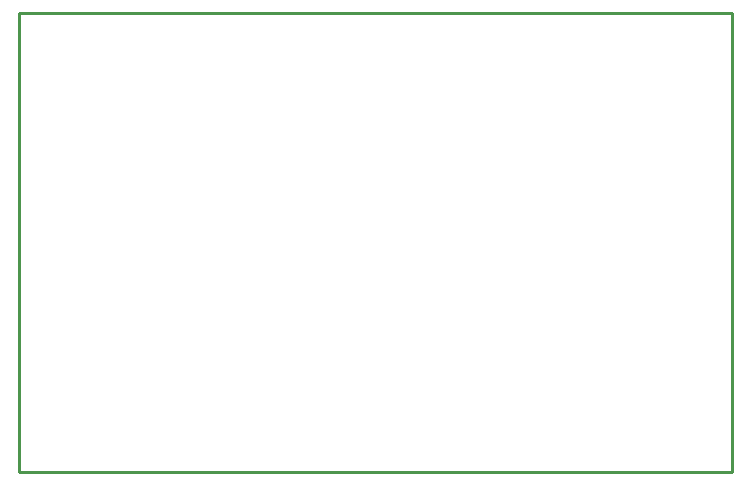
<source format=gko>
G04 EAGLE Gerber RS-274X export*
G75*
%MOMM*%
%FSLAX34Y34*%
%LPD*%
%IN*%
%IPPOS*%
%AMOC8*
5,1,8,0,0,1.08239X$1,22.5*%
G01*
%ADD10C,0.254000*%


D10*
X0Y0D02*
X603050Y0D01*
X603050Y388495D01*
X0Y388495D01*
X0Y0D01*
M02*

</source>
